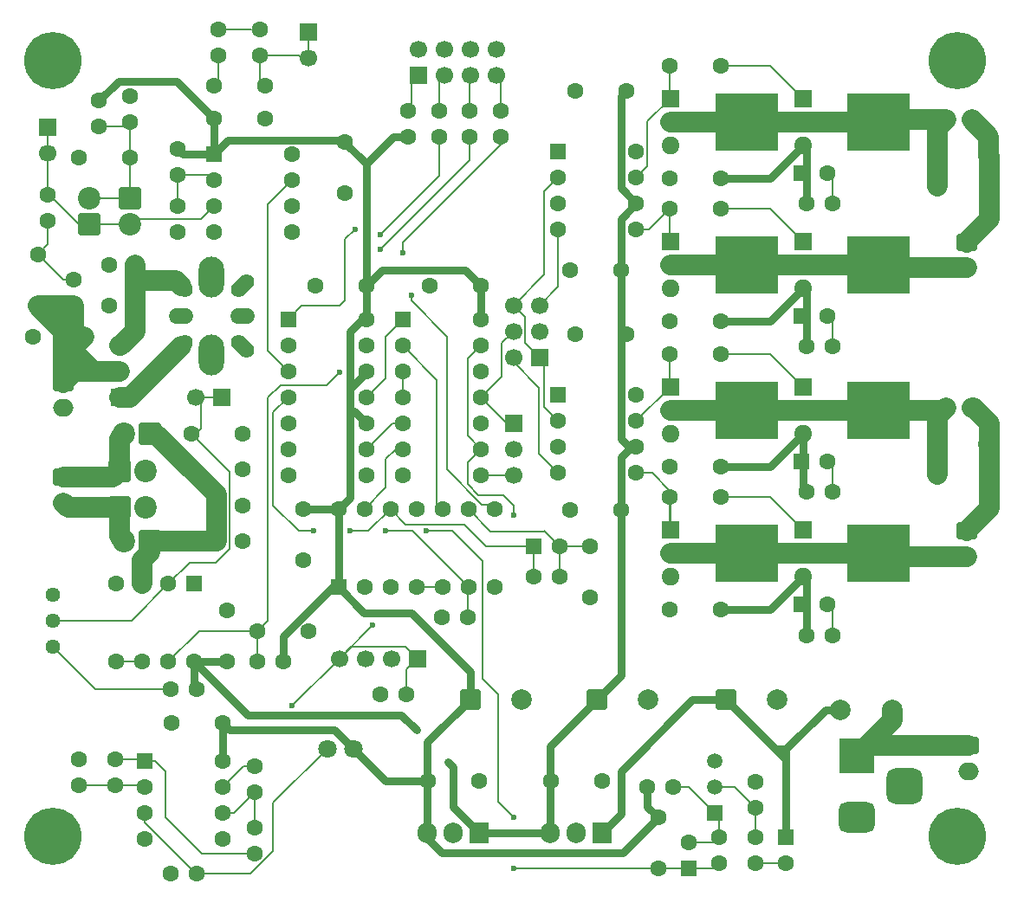
<source format=gbr>
%TF.GenerationSoftware,KiCad,Pcbnew,9.0.2*%
%TF.CreationDate,2025-08-17T10:41:30+03:30*%
%TF.ProjectId,drsstc-v1,64727373-7463-42d7-9631-2e6b69636164,rev?*%
%TF.SameCoordinates,Original*%
%TF.FileFunction,Copper,L1,Top*%
%TF.FilePolarity,Positive*%
%FSLAX46Y46*%
G04 Gerber Fmt 4.6, Leading zero omitted, Abs format (unit mm)*
G04 Created by KiCad (PCBNEW 9.0.2) date 2025-08-17 10:41:30*
%MOMM*%
%LPD*%
G01*
G04 APERTURE LIST*
G04 Aperture macros list*
%AMRoundRect*
0 Rectangle with rounded corners*
0 $1 Rounding radius*
0 $2 $3 $4 $5 $6 $7 $8 $9 X,Y pos of 4 corners*
0 Add a 4 corners polygon primitive as box body*
4,1,4,$2,$3,$4,$5,$6,$7,$8,$9,$2,$3,0*
0 Add four circle primitives for the rounded corners*
1,1,$1+$1,$2,$3*
1,1,$1+$1,$4,$5*
1,1,$1+$1,$6,$7*
1,1,$1+$1,$8,$9*
0 Add four rect primitives between the rounded corners*
20,1,$1+$1,$2,$3,$4,$5,0*
20,1,$1+$1,$4,$5,$6,$7,0*
20,1,$1+$1,$6,$7,$8,$9,0*
20,1,$1+$1,$8,$9,$2,$3,0*%
%AMHorizOval*
0 Thick line with rounded ends*
0 $1 width*
0 $2 $3 position (X,Y) of the first rounded end (center of the circle)*
0 $4 $5 position (X,Y) of the second rounded end (center of the circle)*
0 Add line between two ends*
20,1,$1,$2,$3,$4,$5,0*
0 Add two circle primitives to create the rounded ends*
1,1,$1,$2,$3*
1,1,$1,$4,$5*%
G04 Aperture macros list end*
%TA.AperFunction,ComponentPad*%
%ADD10C,1.600000*%
%TD*%
%TA.AperFunction,ComponentPad*%
%ADD11RoundRect,0.250000X-0.750000X0.600000X-0.750000X-0.600000X0.750000X-0.600000X0.750000X0.600000X0*%
%TD*%
%TA.AperFunction,ComponentPad*%
%ADD12O,2.000000X1.700000*%
%TD*%
%TA.AperFunction,ComponentPad*%
%ADD13R,1.800000X1.717500*%
%TD*%
%TA.AperFunction,SMDPad,CuDef*%
%ADD14R,6.200000X5.700000*%
%TD*%
%TA.AperFunction,ComponentPad*%
%ADD15O,1.800000X1.717500*%
%TD*%
%TA.AperFunction,ComponentPad*%
%ADD16RoundRect,0.250000X-0.550000X-0.550000X0.550000X-0.550000X0.550000X0.550000X-0.550000X0.550000X0*%
%TD*%
%TA.AperFunction,ComponentPad*%
%ADD17R,1.500000X1.500000*%
%TD*%
%TA.AperFunction,ComponentPad*%
%ADD18C,1.500000*%
%TD*%
%TA.AperFunction,ComponentPad*%
%ADD19RoundRect,0.250000X-0.550000X0.550000X-0.550000X-0.550000X0.550000X-0.550000X0.550000X0.550000X0*%
%TD*%
%TA.AperFunction,ComponentPad*%
%ADD20RoundRect,0.249999X-0.850001X-0.850001X0.850001X-0.850001X0.850001X0.850001X-0.850001X0.850001X0*%
%TD*%
%TA.AperFunction,ComponentPad*%
%ADD21C,2.200000*%
%TD*%
%TA.AperFunction,ComponentPad*%
%ADD22R,1.700000X1.700000*%
%TD*%
%TA.AperFunction,ComponentPad*%
%ADD23C,1.700000*%
%TD*%
%TA.AperFunction,ComponentPad*%
%ADD24C,3.600000*%
%TD*%
%TA.AperFunction,ConnectorPad*%
%ADD25C,5.600000*%
%TD*%
%TA.AperFunction,ComponentPad*%
%ADD26R,1.905000X2.000000*%
%TD*%
%TA.AperFunction,ComponentPad*%
%ADD27O,1.905000X2.000000*%
%TD*%
%TA.AperFunction,ComponentPad*%
%ADD28RoundRect,0.250000X-0.750000X-0.750000X0.750000X-0.750000X0.750000X0.750000X-0.750000X0.750000X0*%
%TD*%
%TA.AperFunction,ComponentPad*%
%ADD29C,2.000000*%
%TD*%
%TA.AperFunction,ComponentPad*%
%ADD30R,3.500000X3.500000*%
%TD*%
%TA.AperFunction,ComponentPad*%
%ADD31RoundRect,0.750000X1.000000X-0.750000X1.000000X0.750000X-1.000000X0.750000X-1.000000X-0.750000X0*%
%TD*%
%TA.AperFunction,ComponentPad*%
%ADD32RoundRect,0.875000X0.875000X-0.875000X0.875000X0.875000X-0.875000X0.875000X-0.875000X-0.875000X0*%
%TD*%
%TA.AperFunction,ComponentPad*%
%ADD33RoundRect,0.250000X0.550000X-0.550000X0.550000X0.550000X-0.550000X0.550000X-0.550000X-0.550000X0*%
%TD*%
%TA.AperFunction,ComponentPad*%
%ADD34RoundRect,0.249999X-0.850001X0.850001X-0.850001X-0.850001X0.850001X-0.850001X0.850001X0.850001X0*%
%TD*%
%TA.AperFunction,ComponentPad*%
%ADD35RoundRect,0.249999X0.850001X-0.850001X0.850001X0.850001X-0.850001X0.850001X-0.850001X-0.850001X0*%
%TD*%
%TA.AperFunction,ComponentPad*%
%ADD36RoundRect,0.249999X0.850001X0.850001X-0.850001X0.850001X-0.850001X-0.850001X0.850001X-0.850001X0*%
%TD*%
%TA.AperFunction,ComponentPad*%
%ADD37C,1.440000*%
%TD*%
%TA.AperFunction,ComponentPad*%
%ADD38C,1.800000*%
%TD*%
%TA.AperFunction,ComponentPad*%
%ADD39HorizOval,1.524000X0.380423X0.380423X-0.380423X-0.380423X0*%
%TD*%
%TA.AperFunction,ComponentPad*%
%ADD40HorizOval,1.524000X-0.380423X0.380423X0.380423X-0.380423X0*%
%TD*%
%TA.AperFunction,ComponentPad*%
%ADD41O,2.400000X1.524000*%
%TD*%
%TA.AperFunction,ComponentPad*%
%ADD42O,2.500000X4.000000*%
%TD*%
%TA.AperFunction,ViaPad*%
%ADD43C,0.600000*%
%TD*%
%TA.AperFunction,Conductor*%
%ADD44C,0.200000*%
%TD*%
%TA.AperFunction,Conductor*%
%ADD45C,0.800000*%
%TD*%
%TA.AperFunction,Conductor*%
%ADD46C,2.000000*%
%TD*%
G04 APERTURE END LIST*
D10*
%TO.P,R10,1*%
%TO.N,GND*%
X55460000Y-72000000D03*
%TO.P,R10,2*%
%TO.N,INT*%
X58000000Y-72000000D03*
%TD*%
%TO.P,C6,1*%
%TO.N,+9V*%
X66132323Y-88000000D03*
%TO.P,C6,2*%
%TO.N,GND*%
X71132323Y-88000000D03*
%TD*%
%TO.P,R17,1*%
%TO.N,VDC*%
X91106667Y-45500000D03*
%TO.P,R17,2*%
%TO.N,Net-(D8-A)*%
X93646667Y-45500000D03*
%TD*%
D11*
%TO.P,J9,1,Pin_1*%
%TO.N,Net-(D10-K)*%
X18500000Y-58250000D03*
D12*
%TO.P,J9,2,Pin_2*%
%TO.N,Net-(D11-K)*%
X18500000Y-60750000D03*
%TD*%
D10*
%TO.P,C24,1*%
%TO.N,GND*%
X15500000Y-44500000D03*
%TO.P,C24,2*%
%TO.N,Net-(J10-Pin_1)*%
X20500000Y-44500000D03*
%TD*%
%TO.P,R11,1*%
%TO.N,INT_INPUT*%
X52045000Y-79500000D03*
%TO.P,R11,2*%
%TO.N,GND*%
X49505000Y-79500000D03*
%TD*%
%TO.P,C5,1*%
%TO.N,Net-(D4-A)*%
X70000000Y-65000000D03*
%TO.P,C5,2*%
%TO.N,GND*%
X70000000Y-70000000D03*
%TD*%
%TO.P,R25,1*%
%TO.N,OCD_STATUS*%
X58230000Y-25000000D03*
%TO.P,R25,2*%
%TO.N,Net-(J12-Pin_5)*%
X58230000Y-22460000D03*
%TD*%
%TO.P,R20,1*%
%TO.N,Net-(C36-Pad1)*%
X19500000Y-38972183D03*
%TO.P,R20,2*%
%TO.N,Net-(J10-Pin_1)*%
X19500000Y-41512183D03*
%TD*%
%TO.P,R9,1*%
%TO.N,Net-(D4-K)*%
X64500000Y-67955000D03*
%TO.P,R9,2*%
%TO.N,Net-(D4-A)*%
X67040000Y-67955000D03*
%TD*%
%TO.P,C9,1*%
%TO.N,GND*%
X41920000Y-66380000D03*
%TO.P,C9,2*%
%TO.N,+5V*%
X41920000Y-61380000D03*
%TD*%
%TO.P,C18,1*%
%TO.N,Net-(D3-A)*%
X82741667Y-60200000D03*
%TO.P,C18,2*%
%TO.N,Net-(Q4-G)*%
X77741667Y-60200000D03*
%TD*%
D13*
%TO.P,Q8,1,G*%
%TO.N,Net-(Q8-G)*%
X77851667Y-21210000D03*
D14*
%TO.P,Q8,2,D*%
%TO.N,Net-(Q6-D)*%
X85285000Y-23500000D03*
D15*
X77851667Y-23500000D03*
%TO.P,Q8,3,S*%
%TO.N,GND*%
X77851667Y-25790000D03*
%TD*%
D16*
%TO.P,U6,1,NC*%
%TO.N,unconnected-(U6-NC-Pad1)*%
X66880000Y-50220000D03*
D10*
%TO.P,U6,2,IN_A*%
%TO.N,SEL_DRV_2*%
X66880000Y-52760000D03*
%TO.P,U6,3,GND*%
%TO.N,GND*%
X66880000Y-55300000D03*
%TO.P,U6,4,IN_B*%
%TO.N,SEL_DRV_1*%
X66880000Y-57840000D03*
%TO.P,U6,5,OUT_B*%
%TO.N,Net-(Q4-G)*%
X74500000Y-57840000D03*
%TO.P,U6,6,VDD*%
%TO.N,+9V*%
X74500000Y-55300000D03*
%TO.P,U6,7,OUT_A*%
%TO.N,Net-(Q5-G)*%
X74500000Y-52760000D03*
%TO.P,U6,8,NC*%
%TO.N,unconnected-(U6-NC-Pad8)*%
X74500000Y-50220000D03*
%TD*%
D17*
%TO.P,Q1,1,C*%
%TO.N,Net-(D2-A)*%
X82132323Y-91085000D03*
D18*
%TO.P,Q1,2,B*%
%TO.N,Net-(Q1-B)*%
X82132323Y-88545000D03*
%TO.P,Q1,3,E*%
%TO.N,GND*%
X82132323Y-86005000D03*
%TD*%
D10*
%TO.P,C34,1*%
%TO.N,GND*%
X46000000Y-30500000D03*
%TO.P,C34,2*%
%TO.N,+5V*%
X46000000Y-25500000D03*
%TD*%
%TO.P,C21,1*%
%TO.N,+5V*%
X59315000Y-39500000D03*
%TO.P,C21,2*%
%TO.N,GND*%
X54315000Y-39500000D03*
%TD*%
%TO.P,R12,1*%
%TO.N,+5V*%
X40040000Y-76315000D03*
%TO.P,R12,2*%
%TO.N,Net-(U7B-~{R})*%
X37500000Y-76315000D03*
%TD*%
D16*
%TO.P,D8,1,K*%
%TO.N,VDC*%
X90656667Y-42500000D03*
D10*
%TO.P,D8,2,A*%
%TO.N,Net-(D8-A)*%
X93196667Y-42500000D03*
%TD*%
%TO.P,R26,1*%
%TO.N,INT*%
X61230000Y-25000000D03*
%TO.P,R26,2*%
%TO.N,Net-(J12-Pin_7)*%
X61230000Y-22460000D03*
%TD*%
D11*
%TO.P,J11,1,Pin_1*%
%TO.N,Net-(J11-Pin_1)*%
X106785000Y-35300000D03*
D12*
%TO.P,J11,2,Pin_2*%
%TO.N,Net-(J11-Pin_2)*%
X106785000Y-37800000D03*
%TD*%
D10*
%TO.P,R1,1*%
%TO.N,Net-(D2-K)*%
X82632323Y-96045000D03*
%TO.P,R1,2*%
%TO.N,Net-(D2-A)*%
X82632323Y-93505000D03*
%TD*%
D13*
%TO.P,Q9,1,G*%
%TO.N,Net-(Q9-G)*%
X77851667Y-35210000D03*
D14*
%TO.P,Q9,2,D*%
%TO.N,Net-(J11-Pin_2)*%
X85285000Y-37500000D03*
D15*
X77851667Y-37500000D03*
%TO.P,Q9,3,S*%
%TO.N,GND*%
X77851667Y-39790000D03*
%TD*%
D19*
%TO.P,U5,1,GND*%
%TO.N,GND*%
X31310000Y-68695000D03*
D10*
%TO.P,U5,2,+*%
%TO.N,Net-(J7-Pin_1)*%
X28770000Y-68695000D03*
%TO.P,U5,3,-*%
%TO.N,OC*%
X26230000Y-68695000D03*
%TO.P,U5,4,V-*%
%TO.N,GND*%
X23690000Y-68695000D03*
%TO.P,U5,5,BAL*%
%TO.N,Net-(U5-BAL)*%
X23690000Y-76315000D03*
%TO.P,U5,6,STRB*%
X26230000Y-76315000D03*
%TO.P,U5,7*%
%TO.N,Net-(U7B-~{R})*%
X28770000Y-76315000D03*
%TO.P,U5,8,V+*%
%TO.N,+9V*%
X31310000Y-76315000D03*
%TD*%
D16*
%TO.P,U9,1,NC*%
%TO.N,unconnected-(U9-NC-Pad1)*%
X66880000Y-26420000D03*
D10*
%TO.P,U9,2,IN_A*%
%TO.N,SEL_DRV_2*%
X66880000Y-28960000D03*
%TO.P,U9,3,GND*%
%TO.N,GND*%
X66880000Y-31500000D03*
%TO.P,U9,4,IN_B*%
%TO.N,SEL_DRV_1*%
X66880000Y-34040000D03*
%TO.P,U9,5,OUT_B*%
%TO.N,Net-(Q9-G)*%
X74500000Y-34040000D03*
%TO.P,U9,6,VDD*%
%TO.N,+9V*%
X74500000Y-31500000D03*
%TO.P,U9,7,OUT_A*%
%TO.N,Net-(Q8-G)*%
X74500000Y-28960000D03*
%TO.P,U9,8,NC*%
%TO.N,unconnected-(U9-NC-Pad8)*%
X74500000Y-26420000D03*
%TD*%
%TO.P,C26,1*%
%TO.N,Net-(Q6-D)*%
X103935000Y-26800000D03*
%TO.P,C26,2*%
%TO.N,Net-(J11-Pin_1)*%
X108935000Y-26800000D03*
%TD*%
D20*
%TO.P,D10,1,K*%
%TO.N,Net-(D10-K)*%
X23960000Y-57628730D03*
D21*
%TO.P,D10,2,A*%
%TO.N,GND*%
X26500000Y-57628730D03*
%TD*%
D16*
%TO.P,U4,1*%
%TO.N,Net-(R14-Pad2)*%
X26420000Y-86000000D03*
D10*
%TO.P,U4,2,-*%
%TO.N,Net-(U4A--)*%
X26420000Y-88540000D03*
%TO.P,U4,3,+*%
%TO.N,Net-(D5-A)*%
X26420000Y-91080000D03*
%TO.P,U4,4,V-*%
%TO.N,GND*%
X26420000Y-93620000D03*
%TO.P,U4,5,+*%
X34040000Y-93620000D03*
%TO.P,U4,6,-*%
%TO.N,Net-(U4B--)*%
X34040000Y-91080000D03*
%TO.P,U4,7*%
%TO.N,INT_INPUT*%
X34040000Y-88540000D03*
%TO.P,U4,8,V+*%
%TO.N,+5V*%
X34040000Y-86000000D03*
%TD*%
D22*
%TO.P,J13,1,Pin_1*%
%TO.N,SIGNAL*%
X42500000Y-14725000D03*
D23*
%TO.P,J13,2,Pin_2*%
X42500000Y-17265000D03*
%TD*%
D10*
%TO.P,C20,1*%
%TO.N,GND*%
X68000000Y-61500000D03*
%TO.P,C20,2*%
%TO.N,+9V*%
X73000000Y-61500000D03*
%TD*%
%TO.P,C1,1*%
%TO.N,Net-(D2-K)*%
X76632323Y-96545000D03*
%TO.P,C1,2*%
%TO.N,+5V*%
X76632323Y-91545000D03*
%TD*%
D24*
%TO.P,H2,1,1*%
%TO.N,GND*%
X17500000Y-93400000D03*
D25*
X17500000Y-93400000D03*
%TD*%
D26*
%TO.P,U2,1,VI*%
%TO.N,+9V*%
X59172323Y-93050000D03*
D27*
%TO.P,U2,2,GND*%
%TO.N,GND*%
X56632323Y-93050000D03*
%TO.P,U2,3,VO*%
%TO.N,+5V*%
X54092323Y-93050000D03*
%TD*%
D13*
%TO.P,Q7,1,G*%
%TO.N,Net-(D8-A)*%
X90766667Y-35210000D03*
D14*
%TO.P,Q7,2,D*%
%TO.N,Net-(J11-Pin_2)*%
X98200000Y-37500000D03*
D15*
X90766667Y-37500000D03*
%TO.P,Q7,3,S*%
%TO.N,VDC*%
X90766667Y-39790000D03*
%TD*%
D10*
%TO.P,C33,1*%
%TO.N,GND*%
X38195000Y-23190000D03*
%TO.P,C33,2*%
%TO.N,+5V*%
X33195000Y-23190000D03*
%TD*%
%TO.P,C8,1*%
%TO.N,+5V*%
X54132323Y-88000000D03*
%TO.P,C8,2*%
%TO.N,GND*%
X59132323Y-88000000D03*
%TD*%
%TO.P,R19,1*%
%TO.N,Net-(Q3-D)*%
X104735000Y-51500000D03*
%TO.P,R19,2*%
%TO.N,Net-(J4-Pin_1)*%
X107275000Y-51500000D03*
%TD*%
D22*
%TO.P,J12,1,Pin_1*%
%TO.N,Net-(J12-Pin_1)*%
X53190000Y-18960000D03*
D23*
%TO.P,J12,2,Pin_2*%
%TO.N,GND*%
X53190000Y-16420000D03*
%TO.P,J12,3,Pin_3*%
%TO.N,Net-(J12-Pin_3)*%
X55730000Y-18960000D03*
%TO.P,J12,4,Pin_4*%
%TO.N,GND*%
X55730000Y-16420000D03*
%TO.P,J12,5,Pin_5*%
%TO.N,Net-(J12-Pin_5)*%
X58270000Y-18960000D03*
%TO.P,J12,6,Pin_6*%
%TO.N,GND*%
X58270000Y-16420000D03*
%TO.P,J12,7,Pin_7*%
%TO.N,Net-(J12-Pin_7)*%
X60810000Y-18960000D03*
%TO.P,J12,8,Pin_8*%
%TO.N,GND*%
X60810000Y-16420000D03*
%TD*%
D10*
%TO.P,C19,1*%
%TO.N,Net-(D7-A)*%
X82741667Y-46200000D03*
%TO.P,C19,2*%
%TO.N,Net-(Q5-G)*%
X77741667Y-46200000D03*
%TD*%
%TO.P,C23,1*%
%TO.N,OC*%
X31000000Y-57500000D03*
%TO.P,C23,2*%
%TO.N,GND*%
X36000000Y-57500000D03*
%TD*%
D28*
%TO.P,C2,1*%
%TO.N,VDC*%
X83264646Y-80000000D03*
D29*
%TO.P,C2,2*%
%TO.N,GND*%
X88264646Y-80000000D03*
%TD*%
D10*
%TO.P,C11,1*%
%TO.N,GND*%
X34500000Y-71315000D03*
%TO.P,C11,2*%
%TO.N,+9V*%
X34500000Y-76315000D03*
%TD*%
%TO.P,C29,1*%
%TO.N,Net-(D8-A)*%
X82741667Y-32000000D03*
%TO.P,C29,2*%
%TO.N,Net-(Q9-G)*%
X77741667Y-32000000D03*
%TD*%
D24*
%TO.P,H4,1,1*%
%TO.N,GND*%
X17500000Y-17500000D03*
D25*
X17500000Y-17500000D03*
%TD*%
D11*
%TO.P,J4,1,Pin_1*%
%TO.N,Net-(J4-Pin_1)*%
X106785000Y-63500000D03*
D12*
%TO.P,J4,2,Pin_2*%
%TO.N,Net-(J4-Pin_2)*%
X106785000Y-66000000D03*
%TD*%
D10*
%TO.P,C31,1*%
%TO.N,Net-(D12-A)*%
X82741667Y-18000000D03*
%TO.P,C31,2*%
%TO.N,Net-(Q8-G)*%
X77741667Y-18000000D03*
%TD*%
D13*
%TO.P,Q5,1,G*%
%TO.N,Net-(Q5-G)*%
X77851667Y-49410000D03*
D14*
%TO.P,Q5,2,D*%
%TO.N,Net-(Q3-D)*%
X85285000Y-51700000D03*
D15*
X77851667Y-51700000D03*
%TO.P,Q5,3,S*%
%TO.N,GND*%
X77851667Y-53990000D03*
%TD*%
D10*
%TO.P,C13,1*%
%TO.N,Net-(Q3-D)*%
X103935000Y-58000000D03*
%TO.P,C13,2*%
%TO.N,Net-(J4-Pin_1)*%
X108935000Y-58000000D03*
%TD*%
%TO.P,R21,1*%
%TO.N,OC*%
X33460000Y-61000000D03*
%TO.P,R21,2*%
%TO.N,GND*%
X36000000Y-61000000D03*
%TD*%
D30*
%TO.P,J1,1*%
%TO.N,Net-(J2-Pin_1)*%
X96042500Y-85500000D03*
D31*
%TO.P,J1,2*%
%TO.N,GND*%
X96042500Y-91500000D03*
D32*
X100742500Y-88500000D03*
%TD*%
D13*
%TO.P,Q3,1,G*%
%TO.N,Net-(D7-A)*%
X90766667Y-49410000D03*
D14*
%TO.P,Q3,2,D*%
%TO.N,Net-(Q3-D)*%
X98200000Y-51700000D03*
D15*
X90766667Y-51700000D03*
%TO.P,Q3,3,S*%
%TO.N,VDC*%
X90766667Y-53990000D03*
%TD*%
D33*
%TO.P,D2,1,K*%
%TO.N,Net-(D2-K)*%
X79632323Y-96545000D03*
D10*
%TO.P,D2,2,A*%
%TO.N,Net-(D2-A)*%
X79632323Y-94005000D03*
%TD*%
D11*
%TO.P,J2,1,Pin_1*%
%TO.N,Net-(J2-Pin_1)*%
X107000000Y-84500000D03*
D12*
%TO.P,J2,2,Pin_2*%
%TO.N,GND*%
X107000000Y-87000000D03*
%TD*%
D10*
%TO.P,R14,1*%
%TO.N,Net-(U4A--)*%
X23540000Y-88350000D03*
%TO.P,R14,2*%
%TO.N,Net-(R14-Pad2)*%
X23540000Y-85810000D03*
%TD*%
%TO.P,R30,1*%
%TO.N,Net-(U10-+)*%
X37745000Y-14455000D03*
%TO.P,R30,2*%
%TO.N,SIGNAL*%
X37745000Y-16995000D03*
%TD*%
D34*
%TO.P,D13,1,K*%
%TO.N,Net-(D13-K)*%
X25000000Y-31012183D03*
D21*
%TO.P,D13,2,A*%
%TO.N,FEEDBACK*%
X25000000Y-33552183D03*
%TD*%
D16*
%TO.P,U10,1,V+*%
%TO.N,+5V*%
X33195000Y-26690000D03*
D10*
%TO.P,U10,2,+*%
%TO.N,Net-(U10-+)*%
X33195000Y-29230000D03*
%TO.P,U10,3,-*%
%TO.N,FEEDBACK*%
X33195000Y-31770000D03*
%TO.P,U10,4,V-*%
%TO.N,GND*%
X33195000Y-34310000D03*
%TO.P,U10,5,LATCH*%
X40815000Y-34310000D03*
%TO.P,U10,6,GND*%
X40815000Y-31770000D03*
%TO.P,U10,7,Q*%
%TO.N,SIGNAL*%
X40815000Y-29230000D03*
%TO.P,U10,8,~{Q}*%
%TO.N,~SIGNAL*%
X40815000Y-26690000D03*
%TD*%
%TO.P,R24,1*%
%TO.N,Net-(Q6-D)*%
X104735000Y-23300000D03*
%TO.P,R24,2*%
%TO.N,Net-(J11-Pin_1)*%
X107275000Y-23300000D03*
%TD*%
%TO.P,R23,1*%
%TO.N,VDC*%
X91106667Y-31500000D03*
%TO.P,R23,2*%
%TO.N,Net-(D12-A)*%
X93646667Y-31500000D03*
%TD*%
%TO.P,R28,1*%
%TO.N,POWER_GOOD*%
X55230000Y-25000000D03*
%TO.P,R28,2*%
%TO.N,Net-(J12-Pin_3)*%
X55230000Y-22460000D03*
%TD*%
D13*
%TO.P,Q4,1,G*%
%TO.N,Net-(Q4-G)*%
X77851667Y-63410000D03*
D14*
%TO.P,Q4,2,D*%
%TO.N,Net-(J4-Pin_2)*%
X85285000Y-65700000D03*
D15*
X77851667Y-65700000D03*
%TO.P,Q4,3,S*%
%TO.N,GND*%
X77851667Y-67990000D03*
%TD*%
D22*
%TO.P,J3,1,Pin_1*%
%TO.N,INT_INPUT*%
X53085000Y-76000000D03*
D23*
%TO.P,J3,2,Pin_2*%
%TO.N,GND*%
X50545000Y-76000000D03*
%TO.P,J3,3,Pin_3*%
X48005000Y-76000000D03*
%TO.P,J3,4,Pin_4*%
%TO.N,INT_INPUT*%
X45465000Y-76000000D03*
%TD*%
D22*
%TO.P,J7,1,Pin_1*%
%TO.N,Net-(J7-Pin_1)*%
X34000000Y-50500000D03*
D23*
%TO.P,J7,2,Pin_2*%
X31460000Y-50500000D03*
%TD*%
D33*
%TO.P,U3,1*%
%TO.N,+5V*%
X45380000Y-69000000D03*
D10*
%TO.P,U3,2*%
%TO.N,unconnected-(U3-Pad2)*%
X47920000Y-69000000D03*
%TO.P,U3,3*%
%TO.N,INT_INPUT*%
X50460000Y-69000000D03*
%TO.P,U3,4*%
%TO.N,Net-(U3-Pad4)*%
X53000000Y-69000000D03*
%TO.P,U3,5*%
X55540000Y-69000000D03*
%TO.P,U3,6*%
%TO.N,INT*%
X58080000Y-69000000D03*
%TO.P,U3,7,GND*%
%TO.N,GND*%
X60620000Y-69000000D03*
%TO.P,U3,8*%
%TO.N,Net-(U7A-~{R})*%
X60620000Y-61380000D03*
%TO.P,U3,9*%
%TO.N,Net-(D4-A)*%
X58080000Y-61380000D03*
%TO.P,U3,10*%
%TO.N,POWER_GOOD*%
X55540000Y-61380000D03*
%TO.P,U3,11*%
%TO.N,Net-(D2-K)*%
X53000000Y-61380000D03*
%TO.P,U3,12*%
%TO.N,Net-(D4-K)*%
X50460000Y-61380000D03*
%TO.P,U3,13*%
%TO.N,Net-(U3-Pad13)*%
X47920000Y-61380000D03*
%TO.P,U3,14,VCC*%
%TO.N,+5V*%
X45380000Y-61380000D03*
%TD*%
D16*
%TO.P,D7,1,K*%
%TO.N,VDC*%
X90656667Y-56700000D03*
D10*
%TO.P,D7,2,A*%
%TO.N,Net-(D7-A)*%
X93196667Y-56700000D03*
%TD*%
%TO.P,C17,1*%
%TO.N,GND*%
X68500000Y-44300000D03*
%TO.P,C17,2*%
%TO.N,+9V*%
X73500000Y-44300000D03*
%TD*%
D35*
%TO.P,D14,1,K*%
%TO.N,FEEDBACK*%
X21000000Y-33500000D03*
D21*
%TO.P,D14,2,A*%
%TO.N,Net-(D13-K)*%
X21000000Y-30960000D03*
%TD*%
D10*
%TO.P,C16,1*%
%TO.N,VDC*%
X82741667Y-43000000D03*
%TO.P,C16,2*%
%TO.N,GND*%
X77741667Y-43000000D03*
%TD*%
%TO.P,R29,1*%
%TO.N,GND*%
X29695000Y-34280000D03*
%TO.P,R29,2*%
%TO.N,Net-(U10-+)*%
X29695000Y-31740000D03*
%TD*%
D11*
%TO.P,J10,1,Pin_1*%
%TO.N,Net-(J10-Pin_1)*%
X18500000Y-49000000D03*
D12*
%TO.P,J10,2,Pin_2*%
%TO.N,GND*%
X18500000Y-51500000D03*
%TD*%
D36*
%TO.P,D6,1,K*%
%TO.N,OC*%
X27000000Y-64500000D03*
D21*
%TO.P,D6,2,A*%
%TO.N,Net-(D11-K)*%
X24460000Y-64500000D03*
%TD*%
D13*
%TO.P,Q2,1,G*%
%TO.N,Net-(D3-A)*%
X90766667Y-63410000D03*
D14*
%TO.P,Q2,2,D*%
%TO.N,Net-(J4-Pin_2)*%
X98200000Y-65700000D03*
D15*
X90766667Y-65700000D03*
%TO.P,Q2,3,S*%
%TO.N,VDC*%
X90766667Y-67990000D03*
%TD*%
D22*
%TO.P,J6,1,Pin_1*%
%TO.N,DRV2*%
X62500000Y-53000000D03*
D23*
%TO.P,J6,2,Pin_2*%
%TO.N,GND*%
X62500000Y-55540000D03*
%TO.P,J6,3,Pin_3*%
%TO.N,DRV1*%
X62500000Y-58080000D03*
%TD*%
D28*
%TO.P,C7,1*%
%TO.N,+5V*%
X58264646Y-80000000D03*
D29*
%TO.P,C7,2*%
%TO.N,GND*%
X63264646Y-80000000D03*
%TD*%
D20*
%TO.P,D11,1,K*%
%TO.N,Net-(D11-K)*%
X23960000Y-61250000D03*
D21*
%TO.P,D11,2,A*%
%TO.N,GND*%
X26500000Y-61250000D03*
%TD*%
D37*
%TO.P,RV1,1,1*%
%TO.N,GND*%
X17500000Y-69775000D03*
%TO.P,RV1,2,2*%
%TO.N,Net-(J7-Pin_1)*%
X17500000Y-72315000D03*
%TO.P,RV1,3,3*%
%TO.N,Net-(R16-Pad1)*%
X17500000Y-74855000D03*
%TD*%
D10*
%TO.P,R22,1*%
%TO.N,Net-(J8-Pin_3)*%
X25500000Y-41500000D03*
%TO.P,R22,2*%
%TO.N,GND*%
X22960000Y-41500000D03*
%TD*%
%TO.P,C36,1*%
%TO.N,Net-(C36-Pad1)*%
X16000000Y-36512183D03*
%TO.P,C36,2*%
%TO.N,Net-(J10-Pin_1)*%
X16000000Y-41512183D03*
%TD*%
%TO.P,C27,1*%
%TO.N,Net-(Q6-D)*%
X103935000Y-29800000D03*
%TO.P,C27,2*%
%TO.N,Net-(J11-Pin_1)*%
X108935000Y-29800000D03*
%TD*%
%TO.P,R6,1*%
%TO.N,Net-(D5-A)*%
X31500000Y-97000000D03*
%TO.P,R6,2*%
%TO.N,GND*%
X28960000Y-97000000D03*
%TD*%
%TO.P,R2,1*%
%TO.N,Net-(Q1-B)*%
X86132323Y-90585000D03*
%TO.P,R2,2*%
%TO.N,GND*%
X86132323Y-88045000D03*
%TD*%
%TO.P,C22,1*%
%TO.N,GND*%
X43130000Y-39500000D03*
%TO.P,C22,2*%
%TO.N,+5V*%
X48130000Y-39500000D03*
%TD*%
%TO.P,R13,1*%
%TO.N,OC*%
X33460000Y-64550000D03*
%TO.P,R13,2*%
%TO.N,GND*%
X36000000Y-64550000D03*
%TD*%
D26*
%TO.P,U1,1,VI*%
%TO.N,VDC*%
X71172323Y-93050000D03*
D27*
%TO.P,U1,2,GND*%
%TO.N,GND*%
X68632323Y-93050000D03*
%TO.P,U1,3,VO*%
%TO.N,+9V*%
X66092323Y-93050000D03*
%TD*%
D10*
%TO.P,C32,1*%
%TO.N,VDC*%
X82741667Y-29000000D03*
%TO.P,C32,2*%
%TO.N,GND*%
X77741667Y-29000000D03*
%TD*%
%TO.P,C3,1*%
%TO.N,VDC*%
X82741667Y-71200000D03*
%TO.P,C3,2*%
%TO.N,GND*%
X77741667Y-71200000D03*
%TD*%
%TO.P,C30,1*%
%TO.N,GND*%
X68500000Y-20500000D03*
%TO.P,C30,2*%
%TO.N,+9V*%
X73500000Y-20500000D03*
%TD*%
D38*
%TO.P,D5,1,K*%
%TO.N,+5V*%
X46825000Y-84800000D03*
%TO.P,D5,2,A*%
%TO.N,Net-(D5-A)*%
X44285000Y-84800000D03*
%TD*%
D10*
%TO.P,C35,1*%
%TO.N,SIGNAL*%
X38195000Y-20000000D03*
%TO.P,C35,2*%
%TO.N,Net-(C35-Pad2)*%
X33195000Y-20000000D03*
%TD*%
D16*
%TO.P,D12,1,K*%
%TO.N,VDC*%
X90656667Y-28500000D03*
D10*
%TO.P,D12,2,A*%
%TO.N,Net-(D12-A)*%
X93196667Y-28500000D03*
%TD*%
%TO.P,R32,1*%
%TO.N,+5V*%
X22000000Y-21455000D03*
%TO.P,R32,2*%
%TO.N,Net-(D13-K)*%
X22000000Y-23995000D03*
%TD*%
%TO.P,C10,1*%
%TO.N,GND*%
X29040000Y-82310000D03*
%TO.P,C10,2*%
%TO.N,+5V*%
X34040000Y-82310000D03*
%TD*%
D16*
%TO.P,D3,1,K*%
%TO.N,VDC*%
X90656667Y-70700000D03*
D10*
%TO.P,D3,2,A*%
%TO.N,Net-(D3-A)*%
X93196667Y-70700000D03*
%TD*%
D16*
%TO.P,U7,1,~{R}*%
%TO.N,Net-(U7A-~{R})*%
X40510000Y-42810000D03*
D10*
%TO.P,U7,2,D*%
%TO.N,GND*%
X40510000Y-45350000D03*
%TO.P,U7,3,C*%
%TO.N,SIGNAL*%
X40510000Y-47890000D03*
%TO.P,U7,4,~{S}*%
%TO.N,Net-(D4-K)*%
X40510000Y-50430000D03*
%TO.P,U7,5,Q*%
%TO.N,IS_RUNNING*%
X40510000Y-52970000D03*
%TO.P,U7,6,~{Q}*%
%TO.N,unconnected-(U7A-~{Q}-Pad6)*%
X40510000Y-55510000D03*
%TO.P,U7,7,GND*%
%TO.N,GND*%
X40510000Y-58050000D03*
%TO.P,U7,8,~{Q}*%
%TO.N,OCD_STATUS*%
X48130000Y-58050000D03*
%TO.P,U7,9,Q*%
%TO.N,OCD*%
X48130000Y-55510000D03*
%TO.P,U7,10,~{S}*%
%TO.N,+5V*%
X48130000Y-52970000D03*
%TO.P,U7,11,C*%
%TO.N,INT*%
X48130000Y-50430000D03*
%TO.P,U7,12,D*%
%TO.N,+5V*%
X48130000Y-47890000D03*
%TO.P,U7,13,~{R}*%
%TO.N,Net-(U7B-~{R})*%
X48130000Y-45350000D03*
%TO.P,U7,14,VCC*%
%TO.N,+5V*%
X48130000Y-42810000D03*
%TD*%
%TO.P,R27,1*%
%TO.N,+5V*%
X52230000Y-25000000D03*
%TO.P,R27,2*%
%TO.N,Net-(J12-Pin_1)*%
X52230000Y-22460000D03*
%TD*%
%TO.P,C37,1*%
%TO.N,Net-(D13-K)*%
X25000000Y-27000000D03*
%TO.P,C37,2*%
%TO.N,GND*%
X20000000Y-27000000D03*
%TD*%
D28*
%TO.P,C4,1*%
%TO.N,+9V*%
X70632323Y-80000000D03*
D29*
%TO.P,C4,2*%
%TO.N,GND*%
X75632323Y-80000000D03*
%TD*%
D22*
%TO.P,J8,1,Pin_1*%
%TO.N,Net-(J8-Pin_1)*%
X24000000Y-50500000D03*
D23*
%TO.P,J8,2,Pin_2*%
%TO.N,Net-(J10-Pin_1)*%
X24000000Y-47960000D03*
%TO.P,J8,3,Pin_3*%
%TO.N,Net-(J8-Pin_3)*%
X24000000Y-45420000D03*
%TD*%
D16*
%TO.P,U8,1*%
%TO.N,INT*%
X51695000Y-42810000D03*
D10*
%TO.P,U8,2*%
%TO.N,POWER_GOOD*%
X51695000Y-45350000D03*
%TO.P,U8,3*%
%TO.N,Net-(U8-Pad3)*%
X51695000Y-47890000D03*
%TO.P,U8,4*%
X51695000Y-50430000D03*
%TO.P,U8,5*%
%TO.N,OCD*%
X51695000Y-52970000D03*
%TO.P,U8,6*%
%TO.N,Net-(U3-Pad13)*%
X51695000Y-55510000D03*
%TO.P,U8,7,GND*%
%TO.N,GND*%
X51695000Y-58050000D03*
%TO.P,U8,8*%
%TO.N,DRV1*%
X59315000Y-58050000D03*
%TO.P,U8,9*%
%TO.N,IS_RUNNING*%
X59315000Y-55510000D03*
%TO.P,U8,10*%
%TO.N,SIGNAL*%
X59315000Y-52970000D03*
%TO.P,U8,11*%
%TO.N,DRV2*%
X59315000Y-50430000D03*
%TO.P,U8,12*%
%TO.N,~SIGNAL*%
X59315000Y-47890000D03*
%TO.P,U8,13*%
%TO.N,IS_RUNNING*%
X59315000Y-45350000D03*
%TO.P,U8,14,VCC*%
%TO.N,+5V*%
X59315000Y-42810000D03*
%TD*%
%TO.P,R34,1*%
%TO.N,Net-(U10-+)*%
X33645000Y-14455000D03*
%TO.P,R34,2*%
%TO.N,Net-(C35-Pad2)*%
X33645000Y-16995000D03*
%TD*%
%TO.P,R35,1*%
%TO.N,FEEDBACK*%
X17000000Y-30630000D03*
%TO.P,R35,2*%
%TO.N,Net-(C36-Pad1)*%
X17000000Y-33170000D03*
%TD*%
%TO.P,R31,1*%
%TO.N,Net-(J8-Pin_3)*%
X25500000Y-37500000D03*
%TO.P,R31,2*%
%TO.N,GND*%
X22960000Y-37500000D03*
%TD*%
%TO.P,R8,1*%
%TO.N,+5V*%
X75587323Y-88545000D03*
%TO.P,R8,2*%
%TO.N,Net-(D2-A)*%
X78127323Y-88545000D03*
%TD*%
D24*
%TO.P,H3,1,1*%
%TO.N,GND*%
X105900000Y-17500000D03*
D25*
X105900000Y-17500000D03*
%TD*%
D10*
%TO.P,C14,1*%
%TO.N,Net-(Q3-D)*%
X103935000Y-55000000D03*
%TO.P,C14,2*%
%TO.N,Net-(J4-Pin_1)*%
X108935000Y-55000000D03*
%TD*%
%TO.P,R4,1*%
%TO.N,Net-(U4B--)*%
X37225000Y-92505000D03*
%TO.P,R4,2*%
%TO.N,Net-(R14-Pad2)*%
X37225000Y-95045000D03*
%TD*%
%TO.P,R36,1*%
%TO.N,Net-(D13-K)*%
X25050000Y-23495000D03*
%TO.P,R36,2*%
%TO.N,GND*%
X25050000Y-20955000D03*
%TD*%
D24*
%TO.P,H1,1,1*%
%TO.N,GND*%
X105900000Y-93400000D03*
D25*
X105900000Y-93400000D03*
%TD*%
D13*
%TO.P,Q6,1,G*%
%TO.N,Net-(D12-A)*%
X90766667Y-21210000D03*
D14*
%TO.P,Q6,2,D*%
%TO.N,Net-(Q6-D)*%
X98200000Y-23500000D03*
D15*
X90766667Y-23500000D03*
%TO.P,Q6,3,S*%
%TO.N,VDC*%
X90766667Y-25790000D03*
%TD*%
D10*
%TO.P,R33,1*%
%TO.N,Net-(U10-+)*%
X29695000Y-28735000D03*
%TO.P,R33,2*%
%TO.N,+5V*%
X29695000Y-26195000D03*
%TD*%
D39*
%TO.P,L1,1*%
%TO.N,Net-(J8-Pin_1)*%
X30000000Y-45500000D03*
D40*
%TO.P,L1,2*%
%TO.N,Net-(J8-Pin_3)*%
X30000000Y-39500000D03*
%TO.P,L1,3*%
%TO.N,N/C*%
X36000000Y-45500000D03*
D39*
%TO.P,L1,4*%
X36000000Y-39500000D03*
D41*
%TO.P,L1,5*%
X30000000Y-42500000D03*
X36000000Y-42500000D03*
D42*
%TO.P,L1,6,Shield*%
%TO.N,GND*%
X33000000Y-46300000D03*
X33000000Y-38700000D03*
%TD*%
D10*
%TO.P,C28,1*%
%TO.N,GND*%
X68000000Y-38000000D03*
%TO.P,C28,2*%
%TO.N,+9V*%
X73000000Y-38000000D03*
%TD*%
%TO.P,R3,1*%
%TO.N,Net-(D1-A)*%
X86132323Y-96045000D03*
%TO.P,R3,2*%
%TO.N,Net-(Q1-B)*%
X86132323Y-93505000D03*
%TD*%
%TO.P,R5,1*%
%TO.N,Net-(U4B--)*%
X37225000Y-89045000D03*
%TO.P,R5,2*%
%TO.N,INT_INPUT*%
X37225000Y-86505000D03*
%TD*%
%TO.P,R18,1*%
%TO.N,VDC*%
X91106667Y-59700000D03*
%TO.P,R18,2*%
%TO.N,Net-(D7-A)*%
X93646667Y-59700000D03*
%TD*%
%TO.P,R7,1*%
%TO.N,VDC*%
X91106667Y-73700000D03*
%TO.P,R7,2*%
%TO.N,Net-(D3-A)*%
X93646667Y-73700000D03*
%TD*%
D16*
%TO.P,D4,1,K*%
%TO.N,Net-(D4-K)*%
X64460000Y-65000000D03*
D10*
%TO.P,D4,2,A*%
%TO.N,Net-(D4-A)*%
X67000000Y-65000000D03*
%TD*%
D19*
%TO.P,D1,1,K*%
%TO.N,VDC*%
X89132323Y-93505000D03*
D10*
%TO.P,D1,2,A*%
%TO.N,Net-(D1-A)*%
X89132323Y-96045000D03*
%TD*%
D22*
%TO.P,J14,1,Pin_1*%
%TO.N,FEEDBACK*%
X17012182Y-24052183D03*
D23*
%TO.P,J14,2,Pin_2*%
X17012182Y-26592183D03*
%TD*%
D36*
%TO.P,D9,1,K*%
%TO.N,OC*%
X27000000Y-54000000D03*
D21*
%TO.P,D9,2,A*%
%TO.N,Net-(D10-K)*%
X24460000Y-54000000D03*
%TD*%
D29*
%TO.P,F1,1*%
%TO.N,VDC*%
X94460000Y-81000000D03*
%TO.P,F1,2*%
%TO.N,Net-(J2-Pin_1)*%
X99540000Y-81010000D03*
%TD*%
D10*
%TO.P,R15,1*%
%TO.N,Net-(U4A--)*%
X20000000Y-88350000D03*
%TO.P,R15,2*%
%TO.N,GND*%
X20000000Y-85810000D03*
%TD*%
%TO.P,C25,1*%
%TO.N,GND*%
X36000000Y-54000000D03*
%TO.P,C25,2*%
%TO.N,Net-(J7-Pin_1)*%
X31000000Y-54000000D03*
%TD*%
D22*
%TO.P,J5,1,Pin_1*%
%TO.N,SEL_DRV_2*%
X65040000Y-46540000D03*
D23*
%TO.P,J5,2,Pin_2*%
%TO.N,SEL_DRV_1*%
X62500000Y-46540000D03*
%TO.P,J5,3,Pin_3*%
%TO.N,DRV1*%
X65040000Y-44000000D03*
%TO.P,J5,4,Pin_4*%
%TO.N,DRV2*%
X62500000Y-44000000D03*
%TO.P,J5,5,Pin_5*%
%TO.N,SEL_DRV_1*%
X65040000Y-41460000D03*
%TO.P,J5,6,Pin_6*%
%TO.N,SEL_DRV_2*%
X62500000Y-41460000D03*
%TD*%
D10*
%TO.P,R16,1*%
%TO.N,Net-(R16-Pad1)*%
X28955000Y-79000000D03*
%TO.P,R16,2*%
%TO.N,+9V*%
X31495000Y-79000000D03*
%TD*%
%TO.P,C12,1*%
%TO.N,Net-(U7B-~{R})*%
X37500000Y-73315000D03*
%TO.P,C12,2*%
%TO.N,GND*%
X42500000Y-73315000D03*
%TD*%
%TO.P,C15,1*%
%TO.N,VDC*%
X82741667Y-57200000D03*
%TO.P,C15,2*%
%TO.N,GND*%
X77741667Y-57200000D03*
%TD*%
D43*
%TO.N,Net-(D2-K)*%
X54000000Y-63500000D03*
X62500000Y-91523104D03*
X62500000Y-96500000D03*
%TO.N,+9V*%
X56122505Y-86122505D03*
X53000000Y-83000000D03*
%TO.N,Net-(U7B-~{R})*%
X45500000Y-48000000D03*
%TO.N,Net-(D4-K)*%
X46500000Y-63500000D03*
X43000000Y-63500000D03*
%TO.N,Net-(U7A-~{R})*%
X52500000Y-40500000D03*
X47000000Y-34000000D03*
%TO.N,INT_INPUT*%
X48732500Y-72732500D03*
X40870625Y-80594375D03*
%TO.N,INT*%
X51695000Y-36305000D03*
X50000000Y-63500000D03*
%TO.N,POWER_GOOD*%
X49500000Y-34500000D03*
%TO.N,OCD_STATUS*%
X49500000Y-36000000D03*
%TO.N,IS_RUNNING*%
X62500000Y-62000000D03*
%TD*%
D44*
%TO.N,Net-(D7-A)*%
X87556667Y-46200000D02*
X90766667Y-49410000D01*
X93646667Y-59700000D02*
X93646667Y-57150000D01*
X82741667Y-46200000D02*
X87556667Y-46200000D01*
D45*
%TO.N,+5V*%
X54092323Y-84172323D02*
X58264646Y-80000000D01*
X46910000Y-51820000D02*
X48130000Y-53040000D01*
X22000000Y-21455000D02*
X23901000Y-19554000D01*
X49630000Y-38000000D02*
X57815000Y-38000000D01*
X75587323Y-90500000D02*
X76632323Y-91545000D01*
X48130000Y-39500000D02*
X49630000Y-38000000D01*
X48130000Y-39500000D02*
X48130000Y-42880000D01*
X29559000Y-19554000D02*
X33195000Y-23190000D01*
X50760000Y-25000000D02*
X52230000Y-25000000D01*
X73177323Y-95000000D02*
X76632323Y-91545000D01*
X46500000Y-51820000D02*
X46500000Y-49590000D01*
X33195000Y-26690000D02*
X30190000Y-26690000D01*
X48130000Y-42810000D02*
X47690000Y-42810000D01*
X23901000Y-19554000D02*
X29559000Y-19554000D01*
X54092323Y-93592323D02*
X55500000Y-95000000D01*
X50025000Y-88000000D02*
X54132323Y-88000000D01*
X52500000Y-71500000D02*
X58264646Y-77264646D01*
X46500000Y-49590000D02*
X48200000Y-47890000D01*
X45380000Y-69000000D02*
X44833686Y-69000000D01*
X44833686Y-69000000D02*
X40040000Y-73793686D01*
X75587323Y-88545000D02*
X75587323Y-90500000D01*
X47100000Y-85075000D02*
X50025000Y-88000000D01*
X55500000Y-95000000D02*
X73177323Y-95000000D01*
X47880000Y-71500000D02*
X52500000Y-71500000D01*
X40040000Y-73793686D02*
X40040000Y-76315000D01*
X45500000Y-83500000D02*
X45000000Y-83000000D01*
X46500000Y-51820000D02*
X46910000Y-51820000D01*
X46500000Y-44000000D02*
X46500000Y-60260000D01*
X45789000Y-25289000D02*
X48130000Y-27630000D01*
X57815000Y-38000000D02*
X59315000Y-39500000D01*
X45000000Y-83000000D02*
X34730000Y-83000000D01*
X47690000Y-42810000D02*
X46500000Y-44000000D01*
X41920000Y-61380000D02*
X45380000Y-61380000D01*
X48130000Y-27630000D02*
X50760000Y-25000000D01*
X33195000Y-23190000D02*
X33195000Y-26690000D01*
X45380000Y-69000000D02*
X45380000Y-61380000D01*
X45525000Y-83500000D02*
X45500000Y-83500000D01*
X34596000Y-25289000D02*
X45789000Y-25289000D01*
X34730000Y-83000000D02*
X34040000Y-82310000D01*
X45380000Y-69000000D02*
X47880000Y-71500000D01*
X48130000Y-27630000D02*
X48130000Y-39500000D01*
X30190000Y-26690000D02*
X29695000Y-26195000D01*
X58264646Y-77264646D02*
X58264646Y-80000000D01*
X54092323Y-93050000D02*
X54092323Y-93592323D01*
X46825000Y-84800000D02*
X45525000Y-83500000D01*
X54092323Y-93050000D02*
X54092323Y-84172323D01*
X46500000Y-60260000D02*
X45380000Y-61380000D01*
X34040000Y-86000000D02*
X34040000Y-82310000D01*
X59315000Y-39540000D02*
X59315000Y-42880000D01*
X33195000Y-26690000D02*
X34596000Y-25289000D01*
D46*
%TO.N,Net-(J11-Pin_1)*%
X109000000Y-33000000D02*
X109000000Y-26865000D01*
X109000000Y-26865000D02*
X108935000Y-26800000D01*
X108935000Y-24960000D02*
X107275000Y-23300000D01*
X108935000Y-26800000D02*
X108935000Y-24960000D01*
X106785000Y-35300000D02*
X106785000Y-35215000D01*
X106785000Y-35215000D02*
X109000000Y-33000000D01*
D44*
%TO.N,Net-(D2-K)*%
X61000000Y-79500000D02*
X59500000Y-78000000D01*
X61000000Y-90023104D02*
X61000000Y-79500000D01*
X56500000Y-63500000D02*
X54000000Y-63500000D01*
X76632323Y-96545000D02*
X82132323Y-96545000D01*
X62545000Y-96545000D02*
X62500000Y-96500000D01*
X62500000Y-91523104D02*
X61000000Y-90023104D01*
X82132323Y-96545000D02*
X82632323Y-96045000D01*
X59500000Y-66500000D02*
X56500000Y-63500000D01*
X76632323Y-96545000D02*
X62545000Y-96545000D01*
X59500000Y-78000000D02*
X59500000Y-66500000D01*
%TO.N,SIGNAL*%
X38500000Y-31545000D02*
X40815000Y-29230000D01*
X40510000Y-47890000D02*
X38500000Y-45880000D01*
X41765000Y-17265000D02*
X41495000Y-16995000D01*
X42500000Y-14725000D02*
X42500000Y-17265000D01*
X41495000Y-16995000D02*
X37745000Y-16995000D01*
X38500000Y-45880000D02*
X38500000Y-31545000D01*
X37745000Y-16995000D02*
X37745000Y-19550000D01*
D46*
%TO.N,OC*%
X27000000Y-64500000D02*
X27000000Y-65599999D01*
X33460000Y-59960000D02*
X31000000Y-57500000D01*
X27000000Y-54000000D02*
X27500000Y-54000000D01*
X33410000Y-64500000D02*
X33460000Y-64550000D01*
X26230000Y-66369999D02*
X26230000Y-68695000D01*
X33410000Y-64500000D02*
X27000000Y-64500000D01*
X33460000Y-61000000D02*
X33460000Y-59960000D01*
X33460000Y-64550000D02*
X33460000Y-61000000D01*
X27500000Y-54000000D02*
X31000000Y-57500000D01*
X27000000Y-65599999D02*
X26230000Y-66369999D01*
D44*
%TO.N,Net-(D5-A)*%
X26420000Y-92030000D02*
X26420000Y-91080000D01*
X31500000Y-97110000D02*
X26420000Y-92030000D01*
X39000000Y-94827050D02*
X39000000Y-90085000D01*
X36827050Y-97000000D02*
X39000000Y-94827050D01*
X31500000Y-97000000D02*
X36827050Y-97000000D01*
X39000000Y-90085000D02*
X44285000Y-84800000D01*
D45*
%TO.N,+9V*%
X31310000Y-76315000D02*
X31310000Y-78815000D01*
X73000000Y-33000000D02*
X74500000Y-31500000D01*
X56632323Y-90510000D02*
X56632323Y-86632323D01*
X56632323Y-86632323D02*
X56122505Y-86122505D01*
X73000000Y-77632323D02*
X73000000Y-56300000D01*
X66092323Y-84540000D02*
X70632323Y-80000000D01*
X73000000Y-56300000D02*
X74000000Y-55300000D01*
X31310000Y-76315000D02*
X34500000Y-76315000D01*
X66092323Y-93050000D02*
X59172323Y-93050000D01*
X74500000Y-31500000D02*
X73000000Y-29999999D01*
X73000000Y-29999999D02*
X73000000Y-21000000D01*
X73000000Y-21000000D02*
X73500000Y-20500000D01*
X71000000Y-79632323D02*
X73000000Y-77632323D01*
X73800000Y-55300000D02*
X73000000Y-54500000D01*
X36495000Y-81500000D02*
X31310000Y-76315000D01*
X66092323Y-93050000D02*
X66092323Y-84540000D01*
X73000000Y-54500000D02*
X73000000Y-33000000D01*
X53000000Y-83000000D02*
X51500000Y-81500000D01*
X51500000Y-81500000D02*
X36495000Y-81500000D01*
X56632323Y-90510000D02*
X59172323Y-93050000D01*
D46*
%TO.N,Net-(J10-Pin_1)*%
X18500000Y-49000000D02*
X19540000Y-47960000D01*
X19540000Y-45460000D02*
X20000000Y-45000000D01*
X18500000Y-46500000D02*
X18500000Y-44012182D01*
X19500000Y-41512183D02*
X19500000Y-44000000D01*
X18500000Y-49000000D02*
X18500000Y-46500000D01*
X18500000Y-44012182D02*
X16000000Y-41512183D01*
X18500000Y-44000000D02*
X18500000Y-46500000D01*
X19540000Y-47960000D02*
X23000000Y-47960000D01*
X19500000Y-44000000D02*
X18500000Y-45000000D01*
X18500000Y-45000000D02*
X20000000Y-45000000D01*
X16012183Y-41512183D02*
X18500000Y-44000000D01*
X23000000Y-47960000D02*
X24000000Y-47960000D01*
X18500000Y-42512183D02*
X19500000Y-41512183D01*
X19500000Y-41512183D02*
X19500000Y-45960000D01*
X16000000Y-41512183D02*
X16012183Y-41512183D01*
X19540000Y-47960000D02*
X19540000Y-45460000D01*
X19500000Y-41512183D02*
X16000000Y-41512183D01*
X19500000Y-45960000D02*
X21500000Y-47960000D01*
X18500000Y-46500000D02*
X18500000Y-46000000D01*
X21500000Y-47960000D02*
X23000000Y-47960000D01*
X18500000Y-46500000D02*
X18500000Y-42512183D01*
X20000000Y-45000000D02*
X20500000Y-44500000D01*
D44*
%TO.N,Net-(U7B-~{R})*%
X39750000Y-49250000D02*
X38500000Y-50500000D01*
X28770000Y-76315000D02*
X31770000Y-73315000D01*
X38500000Y-72315000D02*
X37500000Y-73315000D01*
X37500000Y-76315000D02*
X37500000Y-73315000D01*
X44250000Y-49250000D02*
X39750000Y-49250000D01*
X38500000Y-50500000D02*
X38500000Y-72315000D01*
X31770000Y-73315000D02*
X37500000Y-73315000D01*
X45500000Y-48000000D02*
X44250000Y-49250000D01*
%TO.N,Net-(J7-Pin_1)*%
X34761000Y-57761000D02*
X31000000Y-54000000D01*
X34761000Y-65239000D02*
X34761000Y-57761000D01*
X31460000Y-50500000D02*
X34000000Y-50500000D01*
X28770000Y-68695000D02*
X30834840Y-66630160D01*
X31960000Y-53540000D02*
X31500000Y-54000000D01*
X17500000Y-72315000D02*
X25150000Y-72315000D01*
X25150000Y-72315000D02*
X28770000Y-68695000D01*
X31960000Y-50500000D02*
X31960000Y-53540000D01*
X33369840Y-66630160D02*
X34761000Y-65239000D01*
X30834840Y-66630160D02*
X33369840Y-66630160D01*
%TO.N,Net-(D8-A)*%
X93646667Y-45500000D02*
X93646667Y-42950000D01*
X87556667Y-32000000D02*
X82741667Y-32000000D01*
X90766667Y-35210000D02*
X87556667Y-32000000D01*
%TO.N,Net-(C35-Pad2)*%
X33645000Y-16995000D02*
X33645000Y-19550000D01*
%TO.N,Net-(C36-Pad1)*%
X16000000Y-36512183D02*
X18460000Y-38972183D01*
X16000000Y-36500000D02*
X17000000Y-35500000D01*
X17000000Y-35500000D02*
X17000000Y-33170000D01*
X18460000Y-38972183D02*
X19500000Y-38972183D01*
D45*
%TO.N,VDC*%
X89132323Y-84867677D02*
X88132323Y-84867677D01*
X91106667Y-31500000D02*
X91106667Y-26130000D01*
X73000000Y-87000000D02*
X80000000Y-80000000D01*
X87556667Y-57200000D02*
X90766667Y-53990000D01*
X90766667Y-39790000D02*
X87556667Y-43000000D01*
X90766667Y-67990000D02*
X87556667Y-71200000D01*
X91106667Y-45500000D02*
X91106667Y-40130000D01*
X89132323Y-93505000D02*
X89132323Y-85867677D01*
X87556667Y-43000000D02*
X82741667Y-43000000D01*
X73000000Y-91222323D02*
X73000000Y-87000000D01*
X89132323Y-84827677D02*
X89132323Y-85867677D01*
X90766667Y-53990000D02*
X90766667Y-59360000D01*
X80000000Y-80000000D02*
X83264646Y-80000000D01*
X90766667Y-25790000D02*
X87556667Y-29000000D01*
X82741667Y-57200000D02*
X87556667Y-57200000D01*
X93000000Y-81000000D02*
X89132323Y-84867677D01*
X87764646Y-84500000D02*
X83264646Y-80000000D01*
X94460000Y-81000000D02*
X93000000Y-81000000D01*
X89132323Y-85867677D02*
X87764646Y-84500000D01*
X71172323Y-93050000D02*
X73000000Y-91222323D01*
X87556667Y-29000000D02*
X82741667Y-29000000D01*
X90766667Y-59360000D02*
X91106667Y-59700000D01*
X82741667Y-71200000D02*
X87556667Y-71200000D01*
X91106667Y-73700000D02*
X91106667Y-68330000D01*
X88132323Y-84867677D02*
X87764646Y-84500000D01*
D46*
%TO.N,Net-(D11-K)*%
X23960000Y-61250000D02*
X19000000Y-61250000D01*
X23960000Y-64000000D02*
X23960000Y-61250000D01*
X24460000Y-64500000D02*
X23960000Y-64000000D01*
X19000000Y-61250000D02*
X18500000Y-60750000D01*
D44*
%TO.N,Net-(D13-K)*%
X24550000Y-23995000D02*
X25050000Y-23495000D01*
X24512183Y-31012183D02*
X21564364Y-31012183D01*
X25050000Y-23495000D02*
X25050000Y-26950000D01*
X22000000Y-23995000D02*
X24550000Y-23995000D01*
X25000000Y-31012183D02*
X25000000Y-27000000D01*
%TO.N,Net-(D4-K)*%
X39000000Y-61000000D02*
X41500000Y-63500000D01*
X59800500Y-65000000D02*
X57699500Y-62899000D01*
X41500000Y-63500000D02*
X43000000Y-63500000D01*
X39000000Y-51940000D02*
X39000000Y-61000000D01*
X64500000Y-67955000D02*
X64500000Y-65040000D01*
X46500000Y-63500000D02*
X48340000Y-63500000D01*
X57699500Y-62899000D02*
X51979000Y-62899000D01*
X51979000Y-62899000D02*
X50460000Y-61380000D01*
X48340000Y-63500000D02*
X50460000Y-61380000D01*
X64460000Y-65000000D02*
X59800500Y-65000000D01*
X40510000Y-50430000D02*
X39000000Y-51940000D01*
%TO.N,Net-(J12-Pin_1)*%
X52500000Y-21775000D02*
X52500000Y-18965000D01*
X52230000Y-21775000D02*
X52500000Y-21775000D01*
%TO.N,Net-(D1-A)*%
X89132323Y-96045000D02*
X86132323Y-96045000D01*
%TO.N,Net-(D3-A)*%
X93646667Y-73700000D02*
X93646667Y-71150000D01*
X87556667Y-60200000D02*
X90766667Y-63410000D01*
X82741667Y-60200000D02*
X87556667Y-60200000D01*
%TO.N,FEEDBACK*%
X17012182Y-24052183D02*
X17012182Y-30617818D01*
X31965000Y-33000000D02*
X33195000Y-31770000D01*
X24460000Y-33500000D02*
X21616547Y-33500000D01*
X17130000Y-30630000D02*
X20463453Y-33963453D01*
X25552183Y-33000000D02*
X31965000Y-33000000D01*
D46*
%TO.N,Net-(D10-K)*%
X23338730Y-58250000D02*
X23960000Y-57628730D01*
X23960000Y-57628730D02*
X23960000Y-54500000D01*
X23960000Y-54500000D02*
X24460000Y-54000000D01*
X18500000Y-58250000D02*
X23338730Y-58250000D01*
D44*
%TO.N,Net-(Q1-B)*%
X84092323Y-88545000D02*
X86132323Y-90585000D01*
X86132323Y-93505000D02*
X86132323Y-90585000D01*
X82132323Y-88545000D02*
X84092323Y-88545000D01*
%TO.N,Net-(U10-+)*%
X33500000Y-14505000D02*
X36905000Y-14505000D01*
X32700000Y-28735000D02*
X33195000Y-29230000D01*
X29695000Y-28735000D02*
X32700000Y-28735000D01*
X29695000Y-31740000D02*
X29695000Y-28735000D01*
%TO.N,Net-(R14-Pad2)*%
X27500000Y-86000000D02*
X28500000Y-87000000D01*
X26420000Y-86000000D02*
X27500000Y-86000000D01*
X23540000Y-85810000D02*
X26230000Y-85810000D01*
X37225000Y-95045000D02*
X32045000Y-95045000D01*
X28500000Y-91500000D02*
X28500000Y-87000000D01*
X32045000Y-95045000D02*
X28500000Y-91500000D01*
%TO.N,Net-(U4B--)*%
X35190000Y-91080000D02*
X37225000Y-89045000D01*
X34040000Y-91080000D02*
X35190000Y-91080000D01*
X37225000Y-92505000D02*
X37225000Y-89045000D01*
%TO.N,Net-(U4A--)*%
X20000000Y-88350000D02*
X23540000Y-88350000D01*
X23540000Y-88350000D02*
X26230000Y-88350000D01*
%TO.N,Net-(U7A-~{R})*%
X46000000Y-41000000D02*
X45500000Y-41500000D01*
X52500000Y-40500000D02*
X52500000Y-41000000D01*
X45500000Y-41500000D02*
X41820000Y-41500000D01*
X56000000Y-44500000D02*
X56000000Y-57500000D01*
X47000000Y-34000000D02*
X46000000Y-35000000D01*
X56000000Y-57500000D02*
X59423950Y-60923950D01*
X52500000Y-41000000D02*
X56000000Y-44500000D01*
X46000000Y-35000000D02*
X46000000Y-41000000D01*
X41820000Y-41500000D02*
X40510000Y-42810000D01*
X59423950Y-60923950D02*
X60163950Y-60923950D01*
%TO.N,Net-(R16-Pad1)*%
X17500000Y-74855000D02*
X21645000Y-79000000D01*
X21645000Y-79000000D02*
X28955000Y-79000000D01*
%TO.N,Net-(U3-Pad4)*%
X53000000Y-69000000D02*
X55540000Y-69000000D01*
%TO.N,INT_INPUT*%
X51934000Y-74849000D02*
X46616000Y-74849000D01*
X48732500Y-72732500D02*
X45465000Y-76000000D01*
X40870625Y-80594375D02*
X45465000Y-76000000D01*
X52045000Y-79500000D02*
X52045000Y-77040000D01*
X46616000Y-74849000D02*
X45465000Y-76000000D01*
X53085000Y-76000000D02*
X51934000Y-74849000D01*
X52045000Y-77040000D02*
X53085000Y-76000000D01*
X36075000Y-86505000D02*
X34040000Y-88540000D01*
X37225000Y-86505000D02*
X36075000Y-86505000D01*
%TO.N,DRV1*%
X62500000Y-58080000D02*
X59345000Y-58080000D01*
%TO.N,DRV2*%
X61885000Y-53000000D02*
X59315000Y-50430000D01*
X61349000Y-48396000D02*
X61349000Y-45151000D01*
X61349000Y-45151000D02*
X62500000Y-44000000D01*
X59315000Y-50430000D02*
X61349000Y-48396000D01*
%TO.N,Net-(U3-Pad13)*%
X50000000Y-59300000D02*
X47920000Y-61380000D01*
X50990000Y-55510000D02*
X50000000Y-56500000D01*
X51695000Y-55510000D02*
X50990000Y-55510000D01*
X50000000Y-56500000D02*
X50000000Y-59300000D01*
%TO.N,INT*%
X51695000Y-35305000D02*
X51695000Y-36305000D01*
X48130000Y-50430000D02*
X50000000Y-48560000D01*
X50000000Y-44505000D02*
X51695000Y-42810000D01*
X50000000Y-48560000D02*
X50000000Y-44505000D01*
X61230000Y-25770000D02*
X51695000Y-35305000D01*
X52580000Y-63500000D02*
X58080000Y-69000000D01*
X61230000Y-24315000D02*
X61230000Y-25770000D01*
X50000000Y-63500000D02*
X52580000Y-63500000D01*
X58000000Y-69080000D02*
X58080000Y-69000000D01*
X58000000Y-72000000D02*
X58000000Y-69080000D01*
%TO.N,POWER_GOOD*%
X55540000Y-61380000D02*
X55000000Y-60840000D01*
X55000000Y-48725000D02*
X51695000Y-45420000D01*
X49500000Y-34500000D02*
X55230000Y-28770000D01*
X55230000Y-28770000D02*
X55230000Y-24315000D01*
X55000000Y-60840000D02*
X55000000Y-48725000D01*
%TO.N,OCD_STATUS*%
X58230000Y-27270000D02*
X49500000Y-36000000D01*
X58230000Y-24315000D02*
X58230000Y-27270000D01*
%TO.N,Net-(U5-BAL)*%
X26230000Y-76315000D02*
X23690000Y-76315000D01*
%TO.N,Net-(U8-Pad3)*%
X51695000Y-47960000D02*
X51695000Y-50500000D01*
D46*
%TO.N,Net-(J8-Pin_1)*%
X25000000Y-50500000D02*
X30000000Y-45500000D01*
X24000000Y-50500000D02*
X25000000Y-50500000D01*
D44*
%TO.N,IS_RUNNING*%
X59315000Y-45350000D02*
X58000000Y-46665000D01*
X58000000Y-54195000D02*
X59315000Y-55510000D01*
X58000000Y-56825000D02*
X59315000Y-55510000D01*
X62500000Y-61000000D02*
X61500000Y-60000000D01*
X59067100Y-60000000D02*
X58000000Y-58932900D01*
X58000000Y-46665000D02*
X58000000Y-54195000D01*
X62500000Y-62000000D02*
X62500000Y-61000000D01*
X61500000Y-60000000D02*
X59067100Y-60000000D01*
X58000000Y-58932900D02*
X58000000Y-56825000D01*
D46*
%TO.N,Net-(J8-Pin_3)*%
X24080000Y-45420000D02*
X25500000Y-44000000D01*
X26000000Y-39000000D02*
X29500000Y-39000000D01*
X25500000Y-44000000D02*
X25500000Y-37500000D01*
X25500000Y-37500000D02*
X25500000Y-39500000D01*
X29500000Y-39000000D02*
X30000000Y-39500000D01*
X25500000Y-39500000D02*
X26000000Y-39000000D01*
X24000000Y-45420000D02*
X24080000Y-45420000D01*
D44*
%TO.N,OCD*%
X50670000Y-52970000D02*
X51695000Y-52970000D01*
X48130000Y-55510000D02*
X50670000Y-52970000D01*
%TO.N,Net-(J12-Pin_7)*%
X61230000Y-21775000D02*
X61230000Y-18695000D01*
%TO.N,Net-(J12-Pin_5)*%
X58230000Y-21775000D02*
X58230000Y-18315000D01*
D46*
%TO.N,Net-(J4-Pin_1)*%
X108935000Y-55000000D02*
X109000000Y-55065000D01*
X109000000Y-61285000D02*
X106785000Y-63500000D01*
X107275000Y-51500000D02*
X107500000Y-51500000D01*
X109000000Y-54935000D02*
X108935000Y-55000000D01*
X107500000Y-51500000D02*
X109000000Y-53000000D01*
X109000000Y-53000000D02*
X109000000Y-54935000D01*
X109000000Y-55065000D02*
X109000000Y-61285000D01*
D44*
%TO.N,Net-(J12-Pin_3)*%
X55230000Y-21775000D02*
X55230000Y-18775000D01*
%TO.N,Net-(D2-A)*%
X82632323Y-93505000D02*
X82632323Y-91585000D01*
X78127323Y-88545000D02*
X79592323Y-88545000D01*
X79592323Y-88545000D02*
X82132323Y-91085000D01*
X79632323Y-94005000D02*
X82132323Y-94005000D01*
X82132323Y-94005000D02*
X82632323Y-93505000D01*
D46*
%TO.N,Net-(Q3-D)*%
X77851667Y-51700000D02*
X104535000Y-51700000D01*
X104535000Y-51700000D02*
X104735000Y-51500000D01*
X103935000Y-52300000D02*
X103935000Y-55000000D01*
X103935000Y-55000000D02*
X103935000Y-58000000D01*
X104735000Y-51500000D02*
X103935000Y-52300000D01*
D44*
%TO.N,Net-(Q4-G)*%
X77851667Y-63410000D02*
X77851667Y-59651667D01*
X77741667Y-60200000D02*
X77741667Y-63300000D01*
X77851667Y-59651667D02*
X76040000Y-57840000D01*
X76040000Y-57840000D02*
X74000000Y-57840000D01*
%TO.N,Net-(Q8-G)*%
X75601000Y-23460667D02*
X77851667Y-21210000D01*
X74500000Y-28960000D02*
X75601000Y-27859000D01*
X75601000Y-27859000D02*
X75601000Y-23460667D01*
X77741667Y-18000000D02*
X77741667Y-21100000D01*
%TO.N,Net-(Q5-G)*%
X74501668Y-52760000D02*
X77851667Y-49410000D01*
X77741667Y-46200000D02*
X77741667Y-49300000D01*
D46*
%TO.N,Net-(Q6-D)*%
X103935000Y-29800000D02*
X103935000Y-24100000D01*
X77851667Y-23500000D02*
X98200000Y-23500000D01*
X103935000Y-24100000D02*
X104735000Y-23300000D01*
X104735000Y-23300000D02*
X98400000Y-23300000D01*
D44*
%TO.N,Net-(D4-A)*%
X65500000Y-63540000D02*
X60240000Y-63540000D01*
X70000000Y-65000000D02*
X67000000Y-65000000D01*
X67040000Y-66040000D02*
X67040000Y-67955000D01*
X60240000Y-63540000D02*
X58080000Y-61380000D01*
X67000000Y-65000000D02*
X65500000Y-63500000D01*
X67000000Y-66000000D02*
X67040000Y-66040000D01*
X67000000Y-65000000D02*
X67000000Y-66000000D01*
%TO.N,Net-(D12-A)*%
X93646667Y-31500000D02*
X93646667Y-28950000D01*
X87556667Y-18000000D02*
X82741667Y-18000000D01*
X90766667Y-21210000D02*
X87556667Y-18000000D01*
D46*
%TO.N,Net-(J11-Pin_2)*%
X77851667Y-37500000D02*
X98200000Y-37500000D01*
X106785000Y-37800000D02*
X98500000Y-37800000D01*
D44*
%TO.N,Net-(Q9-G)*%
X77741667Y-32000000D02*
X77741667Y-35100000D01*
X74500000Y-34040000D02*
X75701667Y-34040000D01*
X75701667Y-34040000D02*
X77741667Y-32000000D01*
D46*
%TO.N,Net-(J4-Pin_2)*%
X77851667Y-65700000D02*
X98200000Y-65700000D01*
X98500000Y-66000000D02*
X106785000Y-66000000D01*
D44*
%TO.N,SEL_DRV_2*%
X65500000Y-30340000D02*
X66880000Y-28960000D01*
X62500000Y-41460000D02*
X65500000Y-38460000D01*
X65500000Y-51380000D02*
X66880000Y-52760000D01*
X63651000Y-42611000D02*
X62500000Y-41460000D01*
X65040000Y-46540000D02*
X63651000Y-45151000D01*
X65500000Y-47000000D02*
X65500000Y-51380000D01*
X63651000Y-45151000D02*
X63651000Y-42611000D01*
X65500000Y-38460000D02*
X65500000Y-30340000D01*
%TO.N,SEL_DRV_1*%
X65000000Y-49500000D02*
X65000000Y-55960000D01*
X65000000Y-55960000D02*
X66880000Y-57840000D01*
X66880000Y-39620000D02*
X66880000Y-34040000D01*
X62500000Y-47000000D02*
X65000000Y-49500000D01*
X65040000Y-41460000D02*
X66880000Y-39620000D01*
D46*
%TO.N,Net-(J2-Pin_1)*%
X107000000Y-84500000D02*
X97042500Y-84500000D01*
X97042500Y-84500000D02*
X96042500Y-85500000D01*
X96042500Y-85500000D02*
X99540000Y-82002500D01*
X99540000Y-82002500D02*
X99540000Y-81010000D01*
%TD*%
M02*

</source>
